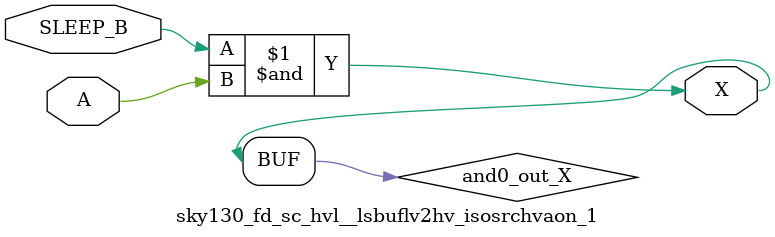
<source format=v>
/*
 * Copyright 2020 The SkyWater PDK Authors
 *
 * Licensed under the Apache License, Version 2.0 (the "License");
 * you may not use this file except in compliance with the License.
 * You may obtain a copy of the License at
 *
 *     https://www.apache.org/licenses/LICENSE-2.0
 *
 * Unless required by applicable law or agreed to in writing, software
 * distributed under the License is distributed on an "AS IS" BASIS,
 * WITHOUT WARRANTIES OR CONDITIONS OF ANY KIND, either express or implied.
 * See the License for the specific language governing permissions and
 * limitations under the License.
 *
 * SPDX-License-Identifier: Apache-2.0
*/


`ifndef SKY130_FD_SC_HVL__LSBUFLV2HV_ISOSRCHVAON_1_FUNCTIONAL_V
`define SKY130_FD_SC_HVL__LSBUFLV2HV_ISOSRCHVAON_1_FUNCTIONAL_V

/**
 * lsbuflv2hv_isosrchvaon: Level shift buffer, low voltage to high
 *                         voltage, isolated well on input buffer,
 *                         inverting sleep mode input, zero power
 *                         sleep mode.
 *
 * Verilog simulation functional model.
 */

`timescale 1ns / 1ps
`default_nettype none

`celldefine
module sky130_fd_sc_hvl__lsbuflv2hv_isosrchvaon_1 (
    X      ,
    A      ,
    SLEEP_B
);

    // Module ports
    output X      ;
    input  A      ;
    input  SLEEP_B;

    // Local signals
    wire SLEEP     ;
    wire and0_out_X;

    //  Name  Output      Other arguments
    not not0 (SLEEP     , SLEEP_B        );
    and and0 (and0_out_X, SLEEP_B, A     );
    buf buf0 (X         , and0_out_X     );

endmodule
`endcelldefine

`default_nettype wire
`endif  // SKY130_FD_SC_HVL__LSBUFLV2HV_ISOSRCHVAON_1_FUNCTIONAL_V

</source>
